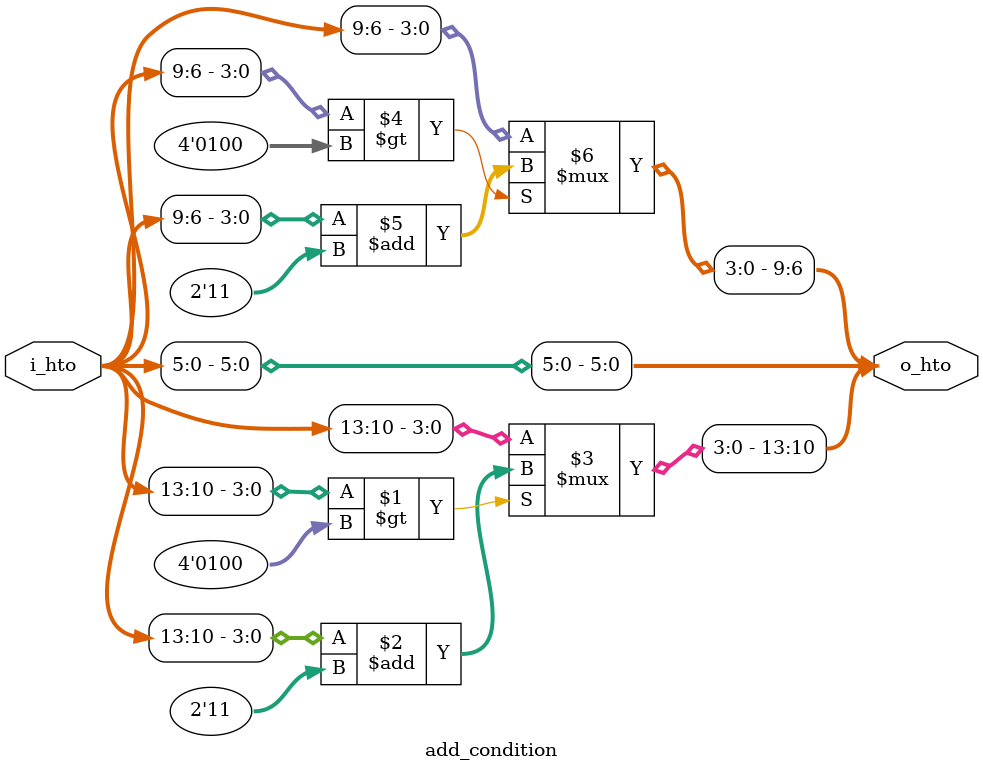
<source format=sv>
`ifndef ADD_CONDITION_SV
    `define ADD_CONDITION_SV
	 
module add_condition(
    input  [13:0] i_hto, //Entra el valor de centenas, decenas y unidades

    output [13:0] o_hto  //Sale el nuevo valor de centenas, decenas y unidades
);

    //Si el valor actual es mayor a 4, se le suman 3, si no el valor pasa igual
    assign o_hto[13:10] = ( i_hto[13:10] > 4'b0100 ) ? ( i_hto[13:10] + 2'b11 ) : i_hto[13:10];
    assign o_hto[9:6]   = ( i_hto[9:6]   > 4'b0100 ) ? ( i_hto[9:6]  + 2'b11 ) : i_hto[9:6];

    //Los primeros 6 bits permanecen igual
    assign o_hto[5:0] = i_hto[5:0];

endmodule
`endif
</source>
